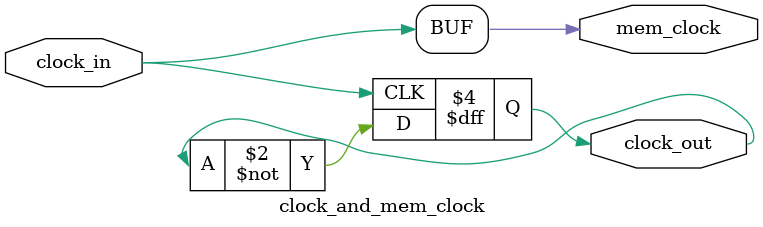
<source format=v>
module clock_and_mem_clock(
	clock_in,
	clock_out,mem_clock
);

	input clock_in;
	output reg clock_out; 
	output mem_clock;
	
	assign mem_clock = clock_in;
	
	initial
	begin
		clock_out <= 0;
	end
	
	always @ (posedge clock_in)
	begin
		clock_out <= ~clock_out;
	end
	
endmodule
	
	
</source>
